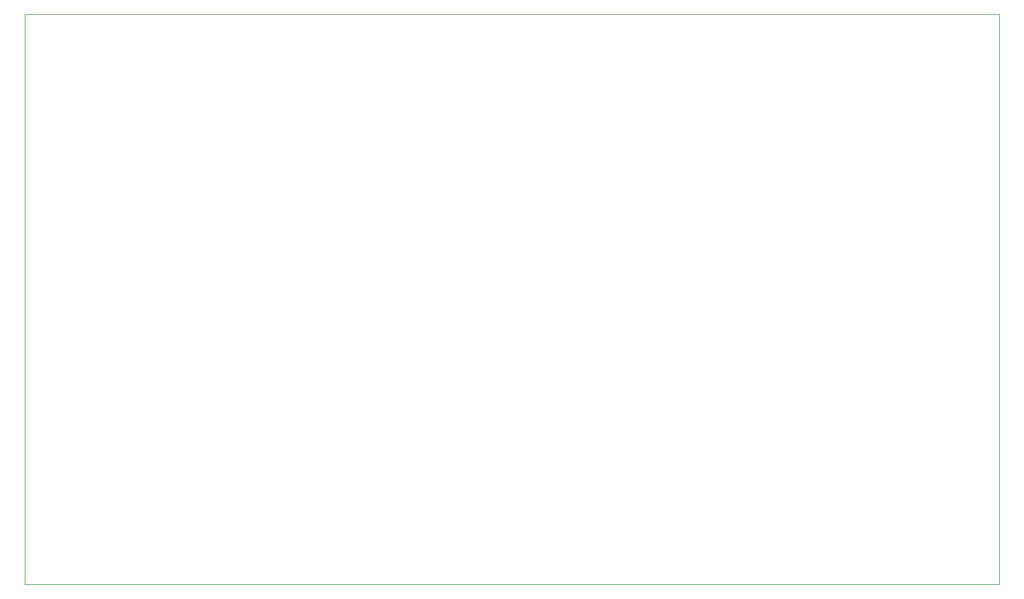
<source format=gbr>
%TF.GenerationSoftware,KiCad,Pcbnew,7.0.8*%
%TF.CreationDate,2023-12-05T22:14:16-08:00*%
%TF.ProjectId,Proofer_Project,50726f6f-6665-4725-9f50-726f6a656374,rev?*%
%TF.SameCoordinates,Original*%
%TF.FileFunction,Profile,NP*%
%FSLAX46Y46*%
G04 Gerber Fmt 4.6, Leading zero omitted, Abs format (unit mm)*
G04 Created by KiCad (PCBNEW 7.0.8) date 2023-12-05 22:14:16*
%MOMM*%
%LPD*%
G01*
G04 APERTURE LIST*
%TA.AperFunction,Profile*%
%ADD10C,0.050000*%
%TD*%
G04 APERTURE END LIST*
D10*
X47000000Y-97000000D02*
X47000000Y-15000000D01*
X187000000Y-97000000D02*
X47000000Y-97000000D01*
X187000000Y-15000000D02*
X187000000Y-97000000D01*
X47000000Y-15000000D02*
X187000000Y-15000000D01*
M02*

</source>
